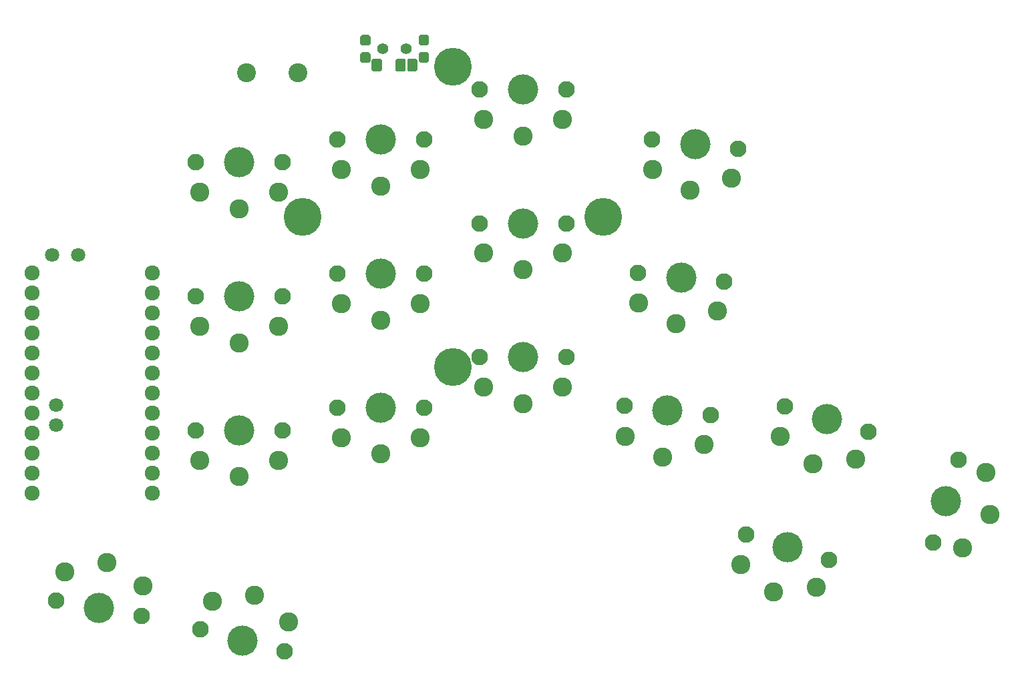
<source format=gbs>
G04 #@! TF.GenerationSoftware,KiCad,Pcbnew,5.1.10*
G04 #@! TF.CreationDate,2021-09-20T14:55:35+01:00*
G04 #@! TF.ProjectId,parergon,70617265-7267-46f6-9e2e-6b696361645f,0.1*
G04 #@! TF.SameCoordinates,Original*
G04 #@! TF.FileFunction,Soldermask,Bot*
G04 #@! TF.FilePolarity,Negative*
%FSLAX46Y46*%
G04 Gerber Fmt 4.6, Leading zero omitted, Abs format (unit mm)*
G04 Created by KiCad (PCBNEW 5.1.10) date 2021-09-20 14:55:35*
%MOMM*%
%LPD*%
G01*
G04 APERTURE LIST*
%ADD10C,1.924000*%
%ADD11C,2.432000*%
%ADD12C,3.829000*%
%ADD13C,2.101800*%
%ADD14C,1.797000*%
%ADD15C,4.800000*%
%ADD16C,1.400000*%
%ADD17C,2.400000*%
G04 APERTURE END LIST*
D10*
X48251400Y-55118000D03*
X48251400Y-57658000D03*
X48251400Y-60198000D03*
X48251400Y-62738000D03*
X48251400Y-65278000D03*
X48251400Y-67818000D03*
X48251400Y-70358000D03*
X48251400Y-72898000D03*
X48251400Y-75438000D03*
X48251400Y-77978000D03*
X48251400Y-80518000D03*
X48251400Y-83058000D03*
X33031400Y-83058000D03*
X33031400Y-80518000D03*
X33031400Y-77978000D03*
X33031400Y-75438000D03*
X33031400Y-72898000D03*
X33031400Y-70358000D03*
X33031400Y-67818000D03*
X33031400Y-65278000D03*
X33031400Y-62738000D03*
X33031400Y-60198000D03*
X33031400Y-57658000D03*
X33031400Y-55118000D03*
D11*
X47077414Y-94780014D03*
D12*
X41493512Y-97654043D03*
D11*
X37229336Y-93043533D03*
X42518036Y-91843677D03*
D13*
X46909955Y-98609108D03*
X36077069Y-96698978D03*
D11*
X122885464Y-92088100D03*
D12*
X128778000Y-89916000D03*
D11*
X132448511Y-95011817D03*
X127053007Y-95558198D03*
D13*
X123518324Y-88307956D03*
X134037676Y-91524044D03*
D11*
X151016100Y-89966536D03*
D12*
X148844000Y-84074000D03*
D11*
X153939817Y-80403489D03*
X154486198Y-85798993D03*
D13*
X147235956Y-89333676D03*
X150452044Y-78814324D03*
D11*
X127865464Y-75832100D03*
D12*
X133758000Y-73660000D03*
D11*
X137428511Y-78755817D03*
X132033007Y-79302198D03*
D13*
X128498324Y-72051956D03*
X139017676Y-75268044D03*
D14*
X36068000Y-74422000D03*
X35560000Y-52832000D03*
X38862000Y-52832000D03*
X36068000Y-71882000D03*
D11*
X72260000Y-75989000D03*
D12*
X77260000Y-72189000D03*
D11*
X82260000Y-75989000D03*
X77260000Y-78089000D03*
D13*
X71760000Y-72189000D03*
X82760000Y-72189000D03*
D11*
X54260000Y-61864000D03*
D12*
X59260000Y-58064000D03*
D11*
X64260000Y-61864000D03*
X59260000Y-63964000D03*
D13*
X53760000Y-58064000D03*
X64760000Y-58064000D03*
D11*
X54260000Y-78864000D03*
D12*
X59260000Y-75064000D03*
D11*
X64260000Y-78864000D03*
X59260000Y-80964000D03*
D13*
X53760000Y-75064000D03*
X64760000Y-75064000D03*
D11*
X111703907Y-42015274D03*
D12*
X117073725Y-38758733D03*
D11*
X121649126Y-43060559D03*
X116457007Y-44626412D03*
D13*
X111603855Y-38183826D03*
X122543595Y-39333640D03*
D11*
X65543142Y-99357577D03*
D12*
X59730000Y-101734000D03*
D11*
X55883883Y-96769387D03*
X61257032Y-96035038D03*
D13*
X65042592Y-103157505D03*
X54417408Y-100310495D03*
D11*
X90260000Y-69614000D03*
D12*
X95260000Y-65814000D03*
D11*
X100260000Y-69614000D03*
X95260000Y-71714000D03*
D13*
X89760000Y-65814000D03*
X100760000Y-65814000D03*
D11*
X108229488Y-75833928D03*
D12*
X113599306Y-72577387D03*
D11*
X118174707Y-76879213D03*
X112982588Y-78445066D03*
D13*
X108129436Y-72002480D03*
X119069176Y-73152294D03*
D11*
X72260000Y-58984000D03*
D12*
X77260000Y-55184000D03*
D11*
X82260000Y-58984000D03*
X77260000Y-61084000D03*
D13*
X71760000Y-55184000D03*
X82760000Y-55184000D03*
D11*
X90260000Y-52614000D03*
D12*
X95260000Y-48814000D03*
D11*
X100260000Y-52614000D03*
X95260000Y-54714000D03*
D13*
X89760000Y-48814000D03*
X100760000Y-48814000D03*
D11*
X109926983Y-58922160D03*
D12*
X115296801Y-55665619D03*
D11*
X119872202Y-59967445D03*
X114680083Y-61533298D03*
D13*
X109826931Y-55090712D03*
X120766671Y-56240526D03*
D11*
X72260000Y-41984000D03*
D12*
X77260000Y-38184000D03*
D11*
X82260000Y-41984000D03*
X77260000Y-44084000D03*
D13*
X71760000Y-38184000D03*
X82760000Y-38184000D03*
D11*
X90260000Y-35624000D03*
D12*
X95260000Y-31824000D03*
D11*
X100260000Y-35624000D03*
X95260000Y-37724000D03*
D13*
X89760000Y-31824000D03*
X100760000Y-31824000D03*
D11*
X54260000Y-44864000D03*
D12*
X59260000Y-41064000D03*
D11*
X64260000Y-44864000D03*
X59260000Y-46964000D03*
D13*
X53760000Y-41064000D03*
X64760000Y-41064000D03*
D15*
X86360000Y-28956000D03*
X67310000Y-48006000D03*
X86360000Y-67056000D03*
X105410000Y-48006000D03*
G36*
G01*
X83344000Y-25120000D02*
X83344000Y-26020000D01*
G75*
G02*
X83144000Y-26220000I-200000J0D01*
G01*
X82244000Y-26220000D01*
G75*
G02*
X82044000Y-26020000I0J200000D01*
G01*
X82044000Y-25120000D01*
G75*
G02*
X82244000Y-24920000I200000J0D01*
G01*
X83144000Y-24920000D01*
G75*
G02*
X83344000Y-25120000I0J-200000D01*
G01*
G37*
G36*
G01*
X83344000Y-27320000D02*
X83344000Y-28220000D01*
G75*
G02*
X83144000Y-28420000I-200000J0D01*
G01*
X82244000Y-28420000D01*
G75*
G02*
X82044000Y-28220000I0J200000D01*
G01*
X82044000Y-27320000D01*
G75*
G02*
X82244000Y-27120000I200000J0D01*
G01*
X83144000Y-27120000D01*
G75*
G02*
X83344000Y-27320000I0J-200000D01*
G01*
G37*
G36*
G01*
X75944000Y-27320000D02*
X75944000Y-28220000D01*
G75*
G02*
X75744000Y-28420000I-200000J0D01*
G01*
X74844000Y-28420000D01*
G75*
G02*
X74644000Y-28220000I0J200000D01*
G01*
X74644000Y-27320000D01*
G75*
G02*
X74844000Y-27120000I200000J0D01*
G01*
X75744000Y-27120000D01*
G75*
G02*
X75944000Y-27320000I0J-200000D01*
G01*
G37*
G36*
G01*
X75944000Y-25120000D02*
X75944000Y-26020000D01*
G75*
G02*
X75744000Y-26220000I-200000J0D01*
G01*
X74844000Y-26220000D01*
G75*
G02*
X74644000Y-26020000I0J200000D01*
G01*
X74644000Y-25120000D01*
G75*
G02*
X74844000Y-24920000I200000J0D01*
G01*
X75744000Y-24920000D01*
G75*
G02*
X75944000Y-25120000I0J-200000D01*
G01*
G37*
G36*
G01*
X77394000Y-28120000D02*
X77394000Y-29370000D01*
G75*
G02*
X77194000Y-29570000I-200000J0D01*
G01*
X76294000Y-29570000D01*
G75*
G02*
X76094000Y-29370000I0J200000D01*
G01*
X76094000Y-28120000D01*
G75*
G02*
X76294000Y-27920000I200000J0D01*
G01*
X77194000Y-27920000D01*
G75*
G02*
X77394000Y-28120000I0J-200000D01*
G01*
G37*
G36*
G01*
X81894000Y-28120000D02*
X81894000Y-29370000D01*
G75*
G02*
X81694000Y-29570000I-200000J0D01*
G01*
X80794000Y-29570000D01*
G75*
G02*
X80594000Y-29370000I0J200000D01*
G01*
X80594000Y-28120000D01*
G75*
G02*
X80794000Y-27920000I200000J0D01*
G01*
X81694000Y-27920000D01*
G75*
G02*
X81894000Y-28120000I0J-200000D01*
G01*
G37*
G36*
G01*
X80394000Y-28120000D02*
X80394000Y-29370000D01*
G75*
G02*
X80194000Y-29570000I-200000J0D01*
G01*
X79294000Y-29570000D01*
G75*
G02*
X79094000Y-29370000I0J200000D01*
G01*
X79094000Y-28120000D01*
G75*
G02*
X79294000Y-27920000I200000J0D01*
G01*
X80194000Y-27920000D01*
G75*
G02*
X80394000Y-28120000I0J-200000D01*
G01*
G37*
D16*
X80494000Y-26670000D03*
X77494000Y-26670000D03*
D17*
X66698000Y-29718000D03*
X60198000Y-29718000D03*
M02*

</source>
